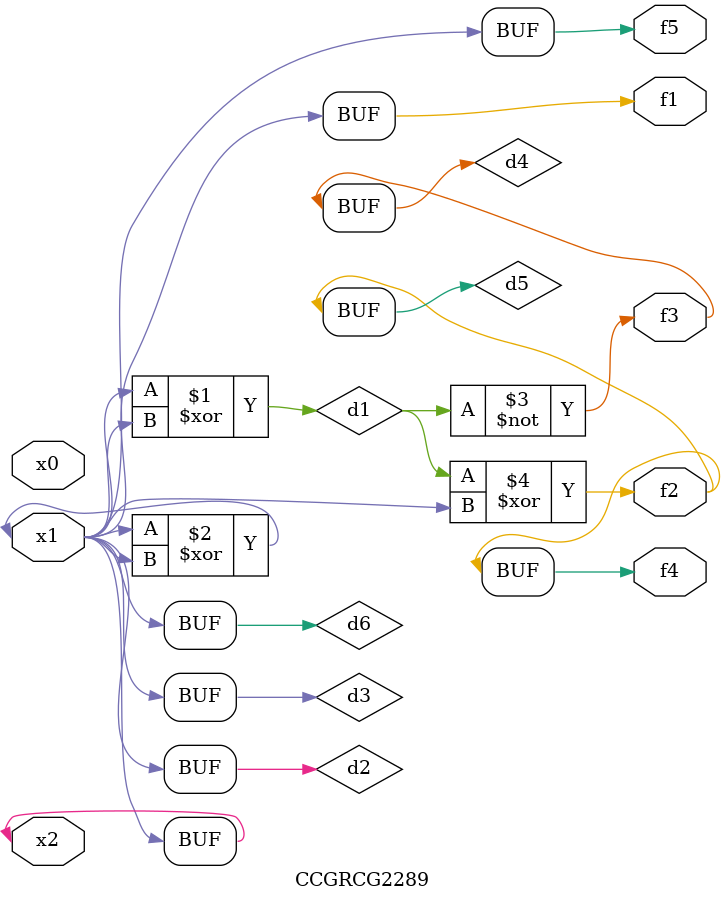
<source format=v>
module CCGRCG2289(
	input x0, x1, x2,
	output f1, f2, f3, f4, f5
);

	wire d1, d2, d3, d4, d5, d6;

	xor (d1, x1, x2);
	buf (d2, x1, x2);
	xor (d3, x1, x2);
	nor (d4, d1);
	xor (d5, d1, d2);
	buf (d6, d2, d3);
	assign f1 = d6;
	assign f2 = d5;
	assign f3 = d4;
	assign f4 = d5;
	assign f5 = d6;
endmodule

</source>
